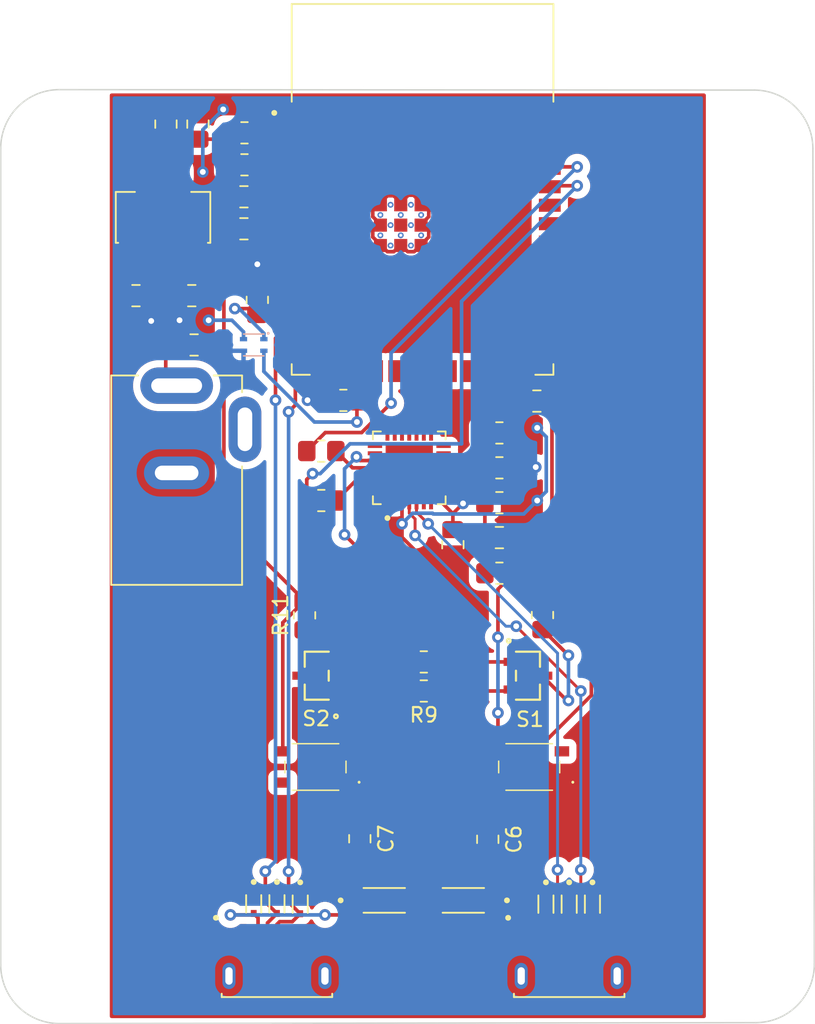
<source format=kicad_pcb>
(kicad_pcb (version 20221018) (generator pcbnew)
  (layers (0 "F.Cu" signal) (31 "B.Cu" signal) (34 "B.Paste" user) (35 "F.Paste" user) (36 "B.SilkS" user "B.Silkscreen") (37 "F.SilkS" user "F.Silkscreen") (38 "B.Mask" user) (39 "F.Mask" user) (44 "Edge.Cuts" user))
  (net 0 "")
  (net 1 "+12V")
  (net 2 "GND")
  (net 3 "+3.3V")
  (net 4 "Net-(C6-Pad1)")
  (net 5 "Net-(C7-Pad1)")
  (net 6 "Net-(U4-VBUS)")
  (net 7 "CHIP_PU")
  (net 8 "IO0")
  (net 9 "USB_DP")
  (net 10 "USB_DN")
  (net 11 "IO20")
  (net 12 "IO19")
  (net 13 "VBUS")
  (net 17 "Net-(U1-IO8)")
  (net 18 "Net-(U1-IO9)")
  (net 19 "Net-(U4-~{RST})")
  (net 20 "Net-(U4-~{SUSPEND})")
  (net 21 "Net-(U4-TXD)")
  (net 22 "U0RXD")
  (net 23 "Net-(U4-RXD)")
  (net 24 "U0TXD")
  (net 25 "DTR")
  (net 26 "Net-(U5-BASE)")
  (net 27 "RTS")
  (net 28 "Net-(U6-BASE)")
  (net 29 "Net-(U5-COLLECTOR)")
  (net 30 "Net-(U6-COLLECTOR)")
  (net 31 "ESP_3V3")
  (footprint "Resistor_SMD:R_0805_2012Metric_Pad1.20x1.40mm_HandSolder" (layer "F.Cu") (at 119.95 89 180)
    (fp_text reference "R7" hide)
    (fp_text value "0" hide)
  )
  (footprint "ECE445:SOT-23_ONS" (layer "F.Cu") (at 119.6348 101.0475 90)
    (fp_text reference "U5" hide)
    (fp_text value "L8050QLT1G" hide)
  )
  (footprint "Capacitor_SMD:C_0805_2012Metric_Pad1.18x1.45mm_HandSolder" (layer "F.Cu") (at 129 92.0375 -90)
    (fp_text reference "C8" hide)
    (fp_text value "10uF" hide)
  )
  (footprint "Resistor_SMD:R_0805_2012Metric_Pad1.20x1.40mm_HandSolder" (layer "F.Cu") (at 132.2 89.15 180)
    (fp_text reference "R6" hide)
    (fp_text value "47500" hide)
  )
  (footprint "ECE445:SOT-23_ONS" (layer "F.Cu") (at 134.1652 101.0475 -90)
    (fp_text reference "U6" hide)
    (fp_text value "L8050QLT1G" hide)
  )
  (footprint "Resistor_SMD:R_0805_2012Metric_Pad1.20x1.40mm_HandSolder" (layer "F.Cu") (at 114.665 63.71 180)
    (fp_text reference "R13" hide)
    (fp_text value "0" hide)
  )
  (footprint "ECE445:PTS815 SJG 250 SMTR LFS" (layer "F.Cu") (at 134.25 107.325 180)
    (fp_text reference "S1")
    (fp_text value "PTS815_SJG_250_SMTR_LFS" hide)
  )
  (footprint "Capacitor_SMD:C_0805_2012Metric_Pad1.18x1.45mm_HandSolder" (layer "F.Cu") (at 111.04 74.91)
    (fp_text reference "C1" hide)
    (fp_text value "1uF" hide)
  )
  (footprint "Resistor_SMD:R_0805_2012Metric_Pad1.20x1.40mm_HandSolder" (layer "F.Cu") (at 115.55 75.2 90)
    (fp_text reference "R1" hide)
    (fp_text value "10000" hide)
  )
  (footprint "ECE445:LDL1117S33R-SnapEDA" (layer "F.Cu") (at 109.065 69.525 90)
    (fp_text reference "U2" hide)
    (fp_text value "LDL1117S33R-SnapEDA" hide)
  )
  (footprint "Capacitor_SMD:C_0805_2012Metric_Pad1.18x1.45mm_HandSolder" (layer "F.Cu") (at 114.6275 68.11 180)
    (fp_text reference "C10" hide)
    (fp_text value "1uF" hide)
  )
  (footprint "Capacitor_SMD:C_0805_2012Metric_Pad1.18x1.45mm_HandSolder" (layer "F.Cu") (at 107.2025 74.91 180)
    (fp_text reference "C2" hide)
    (fp_text value "4.7uF" hide)
  )
  (footprint "ECE445:LESD5D5_0CT1G" (layer "F.Cu") (at 138.6 116.76 -90)
    (fp_text reference "D1" hide)
    (fp_text value "LESD5D5.0CT1G" hide)
  )
  (footprint "Resistor_SMD:R_0805_2012Metric_Pad1.20x1.40mm_HandSolder" (layer "F.Cu") (at 132.2 86.75 180)
    (fp_text reference "R3" hide)
    (fp_text value "1000" hide)
  )
  (footprint "ECE445:PTS815 SJG 250 SMTR LFS" (layer "F.Cu") (at 119.55 107.325 180)
    (fp_text reference "S2")
    (fp_text value "PTS815_SJG_250_SMTR_LFS" hide)
  )
  (footprint "ECE445:ESP32-S3-WROOM-1-N8-SnapEDA" (layer "F.Cu") (at 126.915 67.6)
    (fp_text reference "U1" hide)
    (fp_text value "ESP32-S3-WROOM-1-N8" hide)
  )
  (footprint "Resistor_SMD:R_0805_2012Metric_Pad1.20x1.40mm_HandSolder" (layer "F.Cu") (at 127 100.1)
    (fp_text reference "R10" hide)
    (fp_text value "10000" hide)
  )
  (footprint "Capacitor_SMD:C_0805_2012Metric_Pad1.18x1.45mm_HandSolder" (layer "F.Cu") (at 109.265 63.11 90)
    (fp_text reference "C4" hide)
    (fp_text value "10uF" hide)
  )
  (footprint "ECE445:PJ-202AH" (layer "F.Cu") (at 110 87.6 -90)
    (fp_text reference "J1" hide)
    (fp_text value "PJ-202AH" hide)
  )
  (footprint "Resistor_SMD:R_0805_2012Metric_Pad1.20x1.40mm_HandSolder" (layer "F.Cu") (at 118.8 96.895 90)
    (fp_text reference "R11")
    (fp_text value "0" hide)
  )
  (footprint "Resistor_SMD:R_0805_2012Metric_Pad1.20x1.40mm_HandSolder" (layer "F.Cu") (at 121.465 82.11 180)
    (fp_text reference "R2" hide)
    (fp_text value "10000" hide)
  )
  (footprint "ECE445:LESD5D5_0CT1G" (layer "F.Cu") (at 118.5 116.76 -90)
    (fp_text reference "D3" hide)
    (fp_text value "LESD5D5.0CT1G" hide)
  )
  (footprint "ECE445:10118193-0001LF" (layer "F.Cu") (at 137 121.7)
    (fp_text reference "J2" hide)
    (fp_text value "10118193-0001LF" hide)
  )
  (footprint "ECE445:LESD5D5_0CT1G" (layer "F.Cu") (at 116.9 116.74 -90)
    (fp_text reference "D4" hide)
    (fp_text value "LESD5D5.0CT1G" hide)
  )
  (footprint "Capacitor_SMD:C_0805_2012Metric_Pad1.18x1.45mm_HandSolder" (layer "F.Cu") (at 114.6275 70.31 180)
    (fp_text reference "C12" hide)
    (fp_text value "0.1uF" hide)
  )
  (footprint "Capacitor_SMD:C_0805_2012Metric_Pad1.18x1.45mm_HandSolder" (layer "F.Cu") (at 111.2 78.3 180)
    (fp_text reference "C3" hide)
    (fp_text value "100nF" hide)
  )
  (footprint "Resistor_SMD:R_0805_2012Metric_Pad1.20x1.40mm_HandSolder" (layer "F.Cu") (at 127 102.1 180)
    (fp_text reference "R9")
    (fp_text value "10000" hide)
  )
  (footprint "Capacitor_SMD:C_0805_2012Metric_Pad1.18x1.45mm_HandSolder" (layer "F.Cu") (at 111.465 63.11 90)
    (fp_text reference "C5" hide)
    (fp_text value "0.1uF" hide)
  )
  (footprint "Resistor_SMD:R_0805_2012Metric_Pad1.20x1.40mm_HandSolder" (layer "F.Cu") (at 132.2 94 180)
    (fp_text reference "R5" hide)
    (fp_text value "22100" hide)
  )
  (footprint "MountingHole:MountingHole_3.2mm_M3" (layer "F.Cu") (at 150.1 121.1)
    (fp_text reference "H4" hide)
    (fp_text value "MountingHole" hide)
  )
  (footprint "ECE445:CP2102N-A02-GQFN28" (layer "F.Cu") (at 126 86.75 90)
    (fp_text reference "U4" hide)
    (fp_text value "CP2102N-A02-GQFN28" hide)
  )
  (footprint "ECE445:10118193-0001LF" (layer "F.Cu") (at 116.9 121.7)
    (fp_text reference "J3" hide)
    (fp_text value "10118193-0001LF" hide)
  )
  (footprint "ECE445:LESD5D5_0CT1G" (layer "F.Cu") (at 135.4 116.76 -90)
    (fp_text reference "D7" hide)
    (fp_text value "LESD5D5.0CT1G" hide)
  )
  (footprint "ECE445:LESD5D5_0CT1G" (layer "F.Cu") (at 137 116.76 -90)
    (fp_text reference "D2" hide)
    (fp_text value "LESD5D5.0CT1G" hide)
  )
  (footprint "Resistor_SMD:R_0805_2012Metric_Pad1.20x1.40mm_HandSolder" (layer "F.Cu") (at 135.1652 96.876 90)
    (fp_text reference "R12" hide)
    (fp_text value "0" hide)
  )
  (footprint "ECE445:1N5819HW-7-F" (layer "F.Cu") (at 129.72 116.5 180)
    (fp_text reference "D6" hide)
    (fp_text value "1N5819HW-7-F" hide)
  )
  (footprint "Capacitor_SMD:C_0805_2012Metric_Pad1.18x1.45mm_HandSolder" (layer "F.Cu") (at 132.2 91.55)
    (fp_text reference "C9" hide)
    (fp_text value "1uF" hide)
  )
  (footprint "Resistor_SMD:R_0805_2012Metric_Pad1.20x1.40mm_HandSolder" (layer "F.Cu") (at 119.95 85.6 180)
    (fp_text reference "R8" hide)
    (fp_text value "0" hide)
  )
  (footprint "ECE445:LESD5D5_0CT1G" (layer "F.Cu") (at 115.3 116.74 -90)
    (fp_text reference "D8" hide)
    (fp_text value "LESD5D5.0CT1G" hide)
  )
  (footprint "Capacitor_SMD:C_0805_2012Metric_Pad1.18x1.45mm_HandSolder" (layer "F.Cu") (at 122.6 112.2625 90)
    (fp_text reference "C7")
    (fp_text value "10uF" hide)
  )
  (footprint "ECE445:1N5819HW-7-F" (layer "F.Cu") (at 124.28 116.5)
    (fp_text reference "D5" hide)
    (fp_text value "1N5819HW-7-F" hide)
  )
  (footprint "Capacitor_SMD:C_0805_2012Metric_Pad1.18x1.45mm_HandSolder" (layer "F.Cu") (at 134.7775 82.16 180)
    (fp_text reference "C11" hide)
    (fp_text value "0.1uF" hide)
  )
  (footprint "MountingHole:MountingHole_3.2mm_M3" (layer "F.Cu") (at 101.7 121.1)
    (fp_text reference "H2" hide)
    (fp_text value "MountingHole" hide)
  )
  (footprint "MountingHole:MountingHole_3.2mm_M3" (layer "F.Cu") (at 101.8 64.5)
    (fp_text reference "H1" hide)
    (fp_text value "MountingHole" hide)
  )
  (footprint "MountingHole:MountingHole_3.2mm_M3" (layer "F.Cu") (at 149.881128 64.6)
    (fp_text reference "H3" hide)
    (fp_text value "MountingHole" hide)
  )
  (footprint "Resistor_SMD:R_0805_2012Metric_Pad1.20x1.40mm_HandSolder" (layer "F.Cu") (at 132.2 84.35 180)
    (fp_text reference "R4" hide)
    (fp_text value "10000" hide)
  )
  (footprint "Resistor_SMD:R_0805_2012Metric_Pad1.20x1.40mm_HandSolder" (layer "F.Cu") (at 114.665 65.91)
    (fp_text reference "R14" hide)
    (fp_text value "10000" hide)
  )
  (footprint "Capacitor_SMD:C_0805_2012Metric_Pad1.18x1.45mm_HandSolder" (layer "F.Cu") (at 131.4 112.3 90)
    (fp_text reference "C6")
    (fp_text value "10uF" hide)
  )
  (footprint "ECE445:SHT45-AD1B-R3" (layer "B.Cu") (at 115.3 78.3 180)
    (fp_text reference "U3" hide)
    (fp_text value "SHT45-AD1B-R3" hide)
  )
  (gr_arc (start 101.931128 124.971128) (mid 99.08069 123.790438) (end 97.9 120.94) (stroke (width 0.1)) (layer "Edge.Cuts"))
  (gr_arc (start 97.9 64.771128) (mid 99.08069 61.92069) (end 101.931128 60.74) (stroke (width 0.1)) (layer "Edge.Cuts"))
  (gr_arc (start 149.731128 60.771128) (mid 152.581566 61.951818) (end 153.762256 64.802256) (stroke (width 0.1)) (layer "Edge.Cuts"))
  (gr_line (start 97.9 64.771128) (end 97.9 120.94) (stroke (width 0.1)) (layer "Edge.Cuts"))
  (gr_arc (start 153.862256 120.877744) (mid 152.681566 123.728182) (end 149.831128 124.908872) (stroke (width 0.1)) (layer "Edge.Cuts"))
  (gr_line (start 149.731128 60.771128) (end 101.931128 60.74) (stroke (width 0.1)) (layer "Edge.Cuts"))
  (gr_line (start 153.862256 120.877744) (end 153.762256 64.802256) (stroke (width 0.1)) (layer "Edge.Cuts"))
  (gr_line (start 101.931128 124.971128) (end 149.831128 124.908872) (stroke (width 0.1)) (layer "Edge.Cuts"))
  (segment (start 111.365 73.5475) (end 110.0025 74.91) (width 0.25) (layer "F.Cu") (net 1))
  (segment (start 111.365 72.54) (end 111.365 73.5475) (width 0.25) (layer "F.Cu") (net 1))
  (segment (start 109.25 75.6625) (end 110.0025 74.91) (width 0.25) (layer "F.Cu") (net 1))
  (segment (start 109.25 80.35) (end 109.25 75.6625) (width 0.25) (layer "F.Cu") (net 1))
  (segment (start 110 81.1) (end 109.25 80.35) (width 0.25) (layer "F.Cu") (net 1))
  (segment (start 112.2 76.6) (end 112.2 75.0325) (width 0.25) (layer "F.Cu") (net 2))
  (segment (start 125.897537 71.885) (end 126.332463 71.885) (width 0.25) (layer "F.Cu") (net 2))
  (segment (start 113.59 70.31) (end 112.8 71.1) (width 0.25) (layer "F.Cu") (net 2))
  (segment (start 125.5 91.525305) (end 125.5 90.6) (width 0.25) (layer "F.Cu") (net 2))
  (segment (start 109.265 62.0725) (end 111.465 62.0725) (width 0.25) (layer "F.Cu") (net 2))
  (segment (start 106.765 64.5725) (end 106.765 72.54) (width 0.25) (layer "F.Cu") (net 2))
  (segment (start 123.49 69.477463) (end 123.972537 69.96) (width 0.25) (layer "F.Cu") (net 2))
  (segment (start 134.8 83.22) (end 133.74 82.16) (width 0.25) (layer "F.Cu") (net 2))
  (segment (start 126.297463 68) (end 126.815 68.517537) (width 0.25) (layer "F.Cu") (net 2))
  (segment (start 124.015 67.09) (end 124.015 68.56) (width 0.25) (layer "F.Cu") (net 2))
  (segment (start 127.34 70.442537) (end 126.857463 69.96) (width 0.25) (layer "F.Cu") (net 2))
  (segment (start 112.8 71.1) (end 112.8 74.1875) (width 0.25) (layer "F.Cu") (net 2))
  (segment (start 129 93.075) (end 127.049695 93.075) (width 0.25) (layer "F.Cu") (net 2))
  (segment (start 124.015 68.56) (end 124.015 68.517537) (width 0.25) (layer "F.Cu") (net 2))
  (segment (start 125.415 71.36) (end 125.415 71.402463) (width 0.25) (layer "F.Cu") (net 2))
  (segment (start 119.165 62.24) (end 124.015 67.09) (width 0.25) (layer "F.Cu") (net 2))
  (segment (start 124.015 68.56) (end 123.972537 68.56) (width 0.25) (layer "F.Cu") (net 2))
  (segment (start 126.332463 71.885) (end 126.815 71.402463) (width 0.25) (layer "F.Cu") (net 2))
  (segment (start 125.5 87.25) (end 126 86.75) (width 0.25) (layer "F.Cu") (net 2))
  (segment (start 125.415 68.517537) (end 125.932537 68) (width 0.25) (layer "F.Cu") (net 2))
  (segment (start 113.59 70.31) (end 113.59 68.11) (width 0.25) (layer "F.Cu") (net 2))
  (segment (start 123.49 70.442537) (end 123.49 70.877463) (width 0.25) (layer "F.Cu") (net 2))
  (segment (start 134.65 89.15) (end 134.8 89) (width 0.25) (layer "F.Cu") (net 2))
  (segment (start 124.015 71.36) (end 124.015 71.402463) (width 0.25) (layer "F.Cu") (net 2))
  (segment (start 127.049695 93.075) (end 125.5 91.525305) (width 0.25) (layer "F.Cu") (net 2))
  (segment (start 124.015 69.96) (end 123.972537 69.96) (width 0.25) (layer "F.Cu") (net 2))
  (segment (start 118.1 121.7) (end 118.1 119.125) (width 0.25) (layer "F.Cu") (net 2))
  (segment (start 133.74 83.81) (end 133.2 84.35) (width 0.25) (layer "F.Cu") (net 2))
  (segment (start 124.497537 71.885) (end 124.932463 71.885) (width 0.25) (layer "F.Cu") (net 2))
  (segment (start 125.415 71.402463) (end 125.897537 71.885) (width 0.25) (layer "F.Cu") (net 2))
  (segment (start 111.4925 62.1) (end 111.465 62.0725) (width 0.25) (layer "F.Cu") (net 2))
  (segment (start 126.815 69.96) (end 126.857463 69.96) (width 0.25) (layer "F.Cu") (net 2))
  (segment (start 124.015 71.402463) (end 124.497537 71.885) (width 0.25) (layer "F.Cu") (net 2))
  (segment (start 123.972537 69.96) (end 123.49 70.442537) (width 0.25) (layer "F.Cu") (net 2))
  (segment (start 112.2375 76.6375) (end 112.2 76.6) (width 0.25) (layer "F.Cu") (net 2))
  (segment (start 118.165 62.24) (end 119.165 62.24) (width 0.25) (layer "F.Cu") (net 2))
  (segment (start 125.5 89.11) (end 125.5 87.25) (width 0.25) (layer "F.Cu") (net 2))
  (segment (start 127.34 69.477463) (end 127.34 69.042537) (width 0.25) (layer "F.Cu") (net 2))
  (segment (start 123.972537 68.56) (end 123.49 69.042537) (width 0.25) (layer "F.Cu") (net 2))
  (segment (start 112.8 74.1875) (end 112.0775 74.91) (width 0.25) (layer "F.Cu") (net 2))
  (segment (start 133.135 62.34) (end 126.815 68.66) (width 0.25) (layer "F.Cu") (net 2))
  (segment (start 135.665 62.34) (end 133.135 62.34) (width 0.25) (layer "F.Cu") (net 2))
  (segment (start 124.932463 71.885) (end 125.415 71.402463) (width 0.25) (layer "F.Cu") (net 2))
  (segment (start 127.34 69.042537) (end 126.857463 68.56) (width 0.25) (layer "F.Cu") (net 2))
  (segment (start 109.265 62.0725) (end 106.765 64.5725) (width 0.25) (layer "F.Cu") (net 2))
  (segment (start 127.34 70.877463) (end 127.34 70.442537) (width 0.25) (layer "F.Cu") (net 2))
  (segment (start 112.2 75.0325) (end 112.0775 74.91) (width 0.25) (layer "F.Cu") (net 2))
  (segment (start 133.2 89.15) (end 134.65 89.15) (width 0.25) (layer "F.Cu") (net 2))
  (segment (start 123.49 69.042537) (end 123.49 69.477463) (width 0.25) (layer "F.Cu") (net 2))
  (segment (start 126.857463 71.36) (end 127.34 70.877463) (width 0.25) (layer "F.Cu") (net 2))
  (segment (start 123.49 70.877463) (end 123.972537 71.36) (width 0.25) (layer "F.Cu") (net 2))
  (segment (start 126.815 71.402463) (end 126.815 71.36) (width 0.25) (layer "F.Cu") (net 2))
  (segment (start 113.59 68.11) (end 113.51 68.11) (width 0.25) (layer "F.Cu") (net 2))
  (segment (start 134.8 84) (end 134.8 83.22) (width 0.25) (layer "F.Cu") (net 2))
  (segment (start 124.932463 68.035) (end 125.415 68.517537) (width 0.25) (layer "F.Cu") (net 2))
  (segment (start 138.2 121.7) (end 138.2 119.125) (width 0.25) (layer "F.Cu") (net 2))
  (segment (start 126.857463 69.96) (end 127.34 69.477463) (width 0.25) (layer "F.Cu") (net 2))
  (segment (start 106.165 74.91) (end 106.165 73.14) (width 0.25) (layer "F.Cu") (net 2))
  (segment (start 125.415 68.56) (end 125.415 68.517537) (width 0.25) (layer "F.Cu") (net 2))
  (segment (start 125.5 90.6) (end 125.5 89.11) (width 0.25) (layer "F.Cu") (net 2))
  (segment (start 126.815 68.517537) (end 126.815 68.56) (width 0.25) (layer "F.Cu") (net 2))
  (segment (start 126.857463 68.56) (end 126.815 68.56) (width 0.25) (layer "F.Cu") (net 2))
  (segment (start 125.932537 68) (end 126.297463 68) (width 0.25) (layer "F.Cu") (net 2))
  (segment (start 124.497537 68.035) (end 124.932463 68.035) (width 0.25) (layer "F.Cu") (net 2))
  (segment (start 124.015 68.517537) (end 124.497537 68.035) (width 0.25) (layer "F.Cu") (net 2))
  (segment (start 123.972537 71.36) (end 124.015 71.36) (width 0.25) (layer "F.Cu") (net 2))
  (segment (start 112.2375 78.3) (end 112.2375 76.6375) (width 0.25) (layer "F.Cu") (net 2))
  (segment (start 126.815 71.36) (end 126.857463 71.36) (width 0.25) (layer "F.Cu") (net 2))
  (segment (start 133.74 82.16) (end 133.74 83.81) (width 0.25) (layer "F.Cu") (net 2))
  (segment (start 106.165 73.14) (end 106.765 72.54) (width 0.25) (layer "F.Cu") (net 2))
  (segment (start 113.51 68.11) (end 111.8 66.4) (width 0.25) (layer "F.Cu") (net 2))
  (segment (start 113.2 62.1) (end 111.4925 62.1) (width 0.25) (layer "F.Cu") (net 2))
  (via (at 134.8 89) (size 0.8) (drill 0.4) (layers "F.Cu" "B.Cu") (net 2))
  (via (at 112.2 76.6) (size 0.8) (drill 0.4) (layers "F.Cu" "B.Cu") (net 2))
  (via (at 113.2 62.1) (size 0.8) (drill 0.4) (layers "F.Cu" "B.Cu") (net 2))
  (via (at 111.8 66.4) (size 0.8) (drill 0.4) (layers "F.Cu" "B.Cu") (net 2))
  (via (at 134.8 84) (size 0.8) (drill 0.4) (layers "F.Cu" "B.Cu") (net 2))
  (via (at 125.5 90.6) (size 0.8) (drill 0.4) (layers "F.Cu" "B.Cu") (net 2))
  (segment (start 111.8 63.5) (end 113.2 62.1) (width 0.25) (layer "B.Cu") (net 2))
  (segment (start 126.225 89.875) (end 125.5 90.6) (width 0.25) (layer "B.Cu") (net 2))
  (segment (start 135.425 84.625) (end 134.8 84) (width 0.25) (layer "B.Cu") (net 2))
  (segment (start 134.8 89) (end 133.875 89.925) (width 0.25) (layer "B.Cu") (net 2))
  (segment (start 114.6 77.9) (end 114.6 77.4) (width 0.25) (layer "B.Cu") (net 2))
  (segment (start 133.875 89.925) (end 127.650305 89.925) (width 0.25) (layer "B.Cu") (net 2))
  (segment (start 114.6 77.4) (end 114 76.8) (width 0.25) (layer "B.Cu") (net 2))
  (segment (start 113.8 76.6) (end 112.2 76.6) (width 0.25) (layer "B.Cu") (net 2))
  (segment (start 134.8 89) (end 135.425 88.375) (width 0.25) (layer "B.Cu") (net 2))
  (segment (start 135.425 88.375) (end 135.425 84.625) (width 0.25) (layer "B.Cu") (net 2))
  (segment (start 114 76.8) (end 113.8 76.6) (width 0.25) (layer "B.Cu") (net 2))
  (segment (start 127.650305 89.925) (end 127.600305 89.875) (width 0.25) (layer "B.Cu") (net 2))
  (segment (start 127.600305 89.875) (end 126.225 89.875) (width 0.25) (layer "B.Cu") (net 2))
  (segment (start 111.8 66.4) (end 111.8 63.5) (width 0.25) (layer "B.Cu") (net 2))
  (segment (start 108.25 74.92) (end 108.24 74.91) (width 0.25) (layer "F.Cu") (net 3))
  (segment (start 108.25 76.65) (end 108.25 74.92) (width 0.25) (layer "F.Cu") (net 3))
  (segment (start 109.065 64.3475) (end 109.265 64.1475) (width 0.25) (layer "F.Cu") (net 3))
  (segment (start 115.55 72.75) (end 115.55 74.2) (width 0.25) (layer "F.Cu") (net 3))
  (segment (start 120.465 82.11) (end 119.01 82.11) (width 0.25) (layer "F.Cu") (net 3))
  (segment (start 128.21 89.11) (end 129 89.9) (width 0.25) (layer "F.Cu") (net 3))
  (segment (start 109.065 66.51) (end 109.065 64.3475) (width 0.25) (layer "F.Cu") (net 3))
  (segment (start 109.065 72.54) (end 109.065 74.085) (width 0.25) (layer "F.Cu") (net 3))
  (segment (start 110.1625 78.3) (end 110.1625 76.6375) (width 0.25) (layer "F.Cu") (net 3))
  (segment (start 111.465 64.1475) (end 113.2275 64.1475) (width 0.25) (layer "F.Cu") (net 3))
  (segment (start 133.2 86.75) (end 134.65 86.75) (width 0.25) (layer "F.Cu") (net 3))
  (segment (start 129 91) (end 129 89.9) (width 0.25) (layer "F.Cu") (net 3))
  (segment (start 109.065 74.085) (end 108.24 74.91) (width 0.25) (layer "F.Cu") (net 3))
  (segment (start 109.065 66.51) (end 109.065 72.54) (width 0.25) (layer "F.Cu") (net 3))
  (segment (start 127.5 89.11) (end 128.21 89.11) (width 0.25) (layer "F.Cu") (net 3))
  (segment (start 109.265 64.1475) (end 111.465 64.1475) (width 0.25) (layer "F.Cu") (net 3))
  (segment (start 113.2275 64.1475) (end 113.665 63.71) (width 0.25) (layer "F.Cu") (net 3))
  (segment (start 108.24 74.91) (end 107.94 74.91) (width 0.25) (layer "F.Cu") (net 3))
  (segment (start 129 89.9) (end 129.7 89.2) (width 0.25) (layer "F.Cu") (net 3))
  (via (at 115.55 72.75) (size 0.8) (drill 0.4) (layers "F.Cu" "B.Cu") (net 3))
  (via (at 134.7 86.7) (size 0.8) (drill 0.4) (layers "F.Cu" "B.Cu") (net 3))
  (via (at 108.25 76.65) (size 0.8) (drill 0.4) (layers "F.Cu" "B.Cu") (net 3))
  (via (at 129.7 89.2) (size 0.8) (drill 0.4) (layers "F.Cu" "B.Cu") (net 3))
  (via (at 119 82.1) (size 0.8) (drill 0.4) (layers "F.Cu" "B.Cu") (net 3))
  (via (at 110.2 76.6) (size 0.8) (drill 0.4) (layers "F.Cu" "B.Cu") (net 3))
  (segment (start 131 87.9) (end 129.7 89.2) (width 0.25) (layer "B.Cu") (net 3))
  (segment (start 134 87.9) (end 131 87.9) (width 0.25) (layer "B.Cu") (net 3))
  (segment (start 134.7 86.7) (end 134.7 87.2) (width 0.25) (layer "B.Cu") (net 3))
  (segment (start 134.7 87.2) (end 134 87.9) (width 0.25) (layer "B.Cu") (net 3))
  (segment (start 108.25 76.65) (end 110.15 76.65) (width 0.25) (layer "B.Cu") (net 3))
  (segment (start 110.15 76.65) (end 110.2 76.6) (width 0.25) (layer "B.Cu") (net 3))
  (segment (start 131.4 116.5) (end 131.4 113.3375) (width 0.25) (layer "F.Cu") (net 4))
  (segment (start 130.3 88.25) (end 128.36 88.25) (width 0.25) (layer "F.Cu") (net 6))
  (segment (start 131.2 94) (end 131.2 91.5875) (width 0.25) (layer "F.Cu") (net 6))
  (segment (start 131.2 89.15) (end 130.3 88.25) (width 0.25) (layer "F.Cu") (net 6))
  (segment (start 131.2 89.15) (end 131.2 91.5125) (width 0.25) (layer "F.Cu") (net 6))
  (segment (start 115.665 70.31) (end 115.665 68.11) (width 0.25) (layer "F.Cu") (net 7))
  (segment (start 117.3 97.395) (end 118.8 95.895) (width 0.25) (layer "F.Cu") (net 7))
  (segment (start 118.8 95.895) (end 113.25 90.345) (width 0.25) (layer "F.Cu") (net 7))
  (segment (start 113.25 90.345) (end 113.25 72.725) (width 0.25) (layer "F.Cu") (net 7))
  (segment (start 117.3 106.25) (end 117.3 97.395) (width 0.25) (layer "F.Cu") (net 7))
  (segment (start 116.795 64.78) (end 118.165 64.78) (width 0.25) (layer "F.Cu") (net 7))
  (segment (start 113.25 72.725) (end 115.665 70.31) (width 0.25) (layer "F.Cu") (net 7))
  (segment (start 115.665 65.91) (end 115.665 68.11) (width 0.25) (layer "F.Cu") (net 7))
  (segment (start 115.665 65.91) (end 116.795 64.78) (width 0.25) (layer "F.Cu") (net 7))
  (segment (start 135.815 82.16) (end 135.815 78.9) (width 0.25) (layer "F.Cu") (net 8))
  (segment (start 135.815 82.16) (end 135.815 95.2262) (width 0.25) (layer "F.Cu") (net 8))
  (segment (start 135.815 78.9) (end 135.665 78.75) (width 0.25) (layer "F.Cu") (net 8))
  (segment (start 138.525 99.2358) (end 135.1652 95.876) (width 0.25) (layer "F.Cu") (net 8))
  (segment (start 134.675305 106.25) (end 138.525 102.400305) (width 0.25) (layer "F.Cu") (net 8))
  (segment (start 135.815 95.2262) (end 135.1652 95.876) (width 0.25) (layer "F.Cu") (net 8))
  (segment (start 138.525 102.400305) (end 138.525 99.2358) (width 0.25) (layer "F.Cu") (net 8))
  (segment (start 132 106.25) (end 134.675305 106.25) (width 0.25) (layer "F.Cu") (net 8))
  (segment (start 133.355378 97.650922) (end 133.355378 97.644622) (width 0.2) (layer "F.Cu") (net 9))
  (segment (start 126.4 91.4) (end 126.4 90.265686) (width 0.2) (layer "F.Cu") (net 9))
  (segment (start 126 89.865686) (end 126 89.11) (width 0.2) (layer "F.Cu") (net 9))
  (segment (start 137.8 116.62) (end 137.8 114.4) (width 0.2) (layer "F.Cu") (net 9))
  (segment (start 137.15 118) (end 138.02 118) (width 0.2) (layer "F.Cu") (net 9))
  (segment (start 138.6 117.42) (end 137.8 116.62) (width 0.2) (layer "F.Cu") (net 9))
  (segment (start 136.504456 100.8) (end 136.504456 100.804456) (width 0.2) (layer "F.Cu") (net 9))
  (segment (start 136.504456 100.804456) (end 137.8 102.1) (width 0.2) (layer "F.Cu") (net 9))
  (segment (start 138.02 118) (end 138.6 117.42) (width 0.2) (layer "F.Cu") (net 9))
  (segment (start 137 118.15) (end 137.15 118) (width 0.2) (layer "F.Cu") (net 9))
  (segment (start 137 119.025) (end 137 118.15) (width 0.2) (layer "F.Cu") (net 9))
  (segment (start 136.504456 100.8) (end 133.355378 97.650922) (width 0.2) (layer "F.Cu") (net 9))
  (segment (start 126.4 90.265686) (end 126 89.865686) (width 0.2) (layer "F.Cu") (net 9))
  (via (at 137.8 102.1) (size 0.8) (drill 0.4) (layers "F.Cu" "B.Cu") (net 9))
  (via (at 133.355378 97.644622) (size 0.8) (drill 0.4) (layers "F.Cu" "B.Cu") (net 9))
  (via (at 126.4 91.4) (size 0.8) (drill 0.4) (layers "F.Cu" "B.Cu") (net 9))
  (via (at 137.8 114.4) (size 0.8) (drill 0.4) (layers "F.Cu" "B.Cu") (net 9))
  (segment (start 132.644622 97.644622) (end 126.4 91.4) (width 0.2) (layer "B.Cu") (net 9))
  (segment (start 137.8 114.4) (end 137.8 102.1) (width 0.2) (layer "B.Cu") (net 9))
  (segment (start 133.355378 97.644622) (end 132.644622 97.644622) (width 0.2) (layer "B.Cu") (net 9))
  (segment (start 127.3 90.6) (end 126.5 89.8) (width 0.2) (layer "F.Cu") (net 10))
  (segment (start 136.2 116.62) (end 136.2 114.4) (width 0.2) (layer "F.Cu") (net 10))
  (segment (start 136.35 119.025) (end 136.35 118.07) (width 0.2) (layer "F.Cu") (net 10))
  (segment (start 136.35 118.07) (end 137 117.42) (width 0.2) (layer "F.Cu") (net 10))
  (segment (start 137 117.42) (end 136.2 116.62) (width 0.2) (layer "F.Cu") (net 10))
  (segment (start 126.5 89.8) (end 126.5 89.11) (width 0.2) (layer "F.Cu") (net 10))
  (via (at 136.2 114.4) (size 0.8) (drill 0.4) (layers "F.Cu" "B.Cu") (net 10))
  (via (at 127.3 90.6) (size 0.8) (drill 0.4) (layers "F.Cu" "B.Cu") (net 10))
  (segment (start 136.2 99.5) (end 127.3 90.6) (width 0.2) (layer "B.Cu") (net 10))
  (segment (start 136.2 114.4) (end 136.2 99.5) (width 0.2) (layer "B.Cu") (net 10))
  (segment (start 116.9 119.025) (end 116.9 118.15) (width 0.25) (layer "F.Cu") (net 11))
  (segment (start 117.7 82.9) (end 118.165 82.435) (width 0.25) (layer "F.Cu") (net 11))
  (segment (start 117.955 117.965) (end 118.5 117.42) (width 0.25) (layer "F.Cu") (net 11))
  (segment (start 117.085 117.965) (end 117.955 117.965) (width 0.25) (layer "F.Cu") (net 11))
  (segment (start 117.7 116.62) (end 117.7 114.5) (width 0.25) (layer "F.Cu") (net 11))
  (segment (start 118.165 82.435) (end 118.165 78.75) (width 0.25) (layer "F.Cu") (net 11))
  (segment (start 118.5 117.42) (end 117.7 116.62) (width 0.25) (layer "F.Cu") (net 11))
  (segment (start 116.9 118.15) (end 117.085 117.965) (width 0.25) (layer "F.Cu") (net 11))
  (via (at 117.7 82.9) (size 0.8) (drill 0.4) (layers "F.Cu" "B.Cu") (net 11))
  (via (at 117.7 114.5) (size 0.8) (drill 0.4) (layers "F.Cu" "B.Cu") (net 11))
  (segment (start 117.7 114.5) (end 117.7 82.9) (width 0.25) (layer "B.Cu") (net 11))
  (segment (start 116.8 82.1) (end 116.8 77.845) (width 0.25) (layer "F.Cu") (net 12))
  (segment (start 116.25 118.05) (end 116.9 117.4) (width 0.25) (layer "F.Cu") (net 12))
  (segment (start 116.25 119.025) (end 116.25 118.05) (width 0.25) (layer "F.Cu") (net 12))
  (segment (start 116.1 116.6) (end 116.1 114.5) (width 0.25) (layer "F.Cu") (net 12))
  (segment (start 116.9 117.4) (end 116.1 116.6) (width 0.25) (layer "F.Cu") (net 12))
  (segment (start 117.165 77.48) (end 118.165 77.48) (width 0.25) (layer "F.Cu") (net 12))
  (segment (start 116.8 77.845) (end 117.165 77.48) (width 0.25) (layer "F.Cu") (net 12))
  (via (at 116.8 82.1) (size 0.8) (drill 0.4) (layers "F.Cu" "B.Cu") (net 12))
  (via (at 116.1 114.5) (size 0.8) (drill 0.4) (layers "F.Cu" "B.Cu") (net 12))
  (segment (start 116.1 114.5) (end 116.8 113.8) (width 0.25) (layer "B.Cu") (net 12))
  (segment (start 116.8 113.8) (end 116.8 82.1) (width 0.25) (layer "B.Cu") (net 12))
  (segment (start 128.96 117.42) (end 128.04 116.5) (width 0.25) (layer "F.Cu") (net 13))
  (segment (start 135.7 117.72) (end 135.4 117.42) (width 0.25) (layer "F.Cu") (net 13))
  (segment (start 128.04 108.71) (end 132.1 104.65) (width 0.25) (layer "F.Cu") (net 13))
  (segment (start 135.7 119.025) (end 135.7 117.72) (width 0.25) (layer "F.Cu") (net 13))
  (segment (start 132.1 104.65) (end 132.1 103.6) (width 0.25) (layer "F.Cu") (net 13))
  (segment (start 132.1 98.4) (end 132.1 95.1) (width 0.25) (layer "F.Cu") (net 13))
  (segment (start 128.04 116.5) (end 128.04 108.71) (width 0.25) (layer "F.Cu") (net 13))
  (segment (start 115.6 119.025) (end 115.6 117.7) (width 0.25) (layer "F.Cu") (net 13))
  (segment (start 128.04 116.5) (end 125.96 116.5) (width 0.25) (layer "F.Cu") (net 13))
  (segment (start 132.1 95.1) (end 133.2 94) (width 0.25) (layer "F.Cu") (net 13))
  (segment (start 113.7 117.5) (end 115.2 117.5) (width 0.25) (layer "F.Cu") (net 13))
  (segment (start 115.6 117.7) (end 115.3 117.4) (width 0.25) (layer "F.Cu") (net 13))
  (segment (start 124.96 117.5) (end 120.2 117.5) (width 0.25) (layer "F.Cu") (net 13))
  (segment (start 135.4 117.42) (end 128.96 117.42) (width 0.25) (layer "F.Cu") (net 13))
  (segment (start 125.96 116.5) (end 124.96 117.5) (width 0.25) (layer "F.Cu") (net 13))
  (via (at 113.7 117.5) (size 0.8) (drill 0.4) (layers "F.Cu" "B.Cu") (net 13))
  (via (at 120.2 117.5) (size 0.8) (drill 0.4) (layers "F.Cu" "B.Cu") (net 13))
  (via (at 132.1 98.4) (size 0.8) (drill 0.4) (layers "F.Cu" "B.Cu") (net 13))
  (via (at 132.1 103.6) (size 0.8) (drill 0.4) (layers "F.Cu" "B.Cu") (net 13))
  (segment (start 132.1 103.6) (end 132.1 98.4) (width 0.25) (layer "B.Cu") (net 13))
  (segment (start 120.2 117.5) (end 113.7 117.5) (width 0.25) (layer "B.Cu") (net 13))
  (segment (start 114 75.800497) (end 115.150497 75.800497) (width 0.25) (layer "F.Cu") (net 17))
  (segment (start 118.165 76.21) (end 115.56 76.21) (width 0.25) (layer "F.Cu") (net 17))
  (segment (start 115.56 76.21) (end 115.55 76.2) (width 0.25) (layer "F.Cu") (net 17))
  (segment (start 115.150497 75.800497) (end 115.55 76.2) (width 0.25) (layer "F.Cu") (net 17))
  (via (at 114 75.800497) (size 0.8) (drill 0.4) (layers "F.Cu" "B.Cu") (net 17))
  (segment (start 116 77.5) (end 114.300497 75.800497) (width 0.25) (layer "B.Cu") (net 17))
  (segment (start 114.300497 75.800497) (end 114 75.800497) (width 0.25) (layer "B.Cu") (net 17))
  (segment (start 116 77.9) (end 116 77.5) (width 0.25) (layer "B.Cu") (net 17))
  (segment (start 122.465 80.005) (end 122.47 80) (width 0.25) (layer "F.Cu") (net 18))
  (segment (start 122.4 83.6) (end 122.4 82.175) (width 0.25) (layer "F.Cu") (net 18))
  (segment (start 122.465 82.11) (end 122.465 80.005) (width 0.25) (layer "F.Cu") (net 18))
  (via (at 122.4 83.6) (size 0.8) (drill 0.4) (layers "F.Cu" "B.Cu") (net 18))
  (segment (start 119.474695 83.6) (end 122.4 83.6) (width 0.25) (layer "B.Cu") (net 18))
  (segment (start 116 78.7) (end 116 80.125305) (width 0.25) (layer "B.Cu") (net 18))
  (segment (start 116 80.125305) (end 119.474695 83.6) (width 0.25) (layer "B.Cu") (net 18))
  (segment (start 131.2 86.75) (end 130.2 87.75) (width 0.25) (layer "F.Cu") (net 19))
  (segment (start 130.2 87.75) (end 128.36 87.75) (width 0.25) (layer "F.Cu") (net 19))
  (segment (start 129.5 86.75) (end 128.36 86.75) (width 0.25) (layer "F.Cu") (net 20))
  (segment (start 131.2 84.35) (end 131.2 85.05) (width 0.25) (layer "F.Cu") (net 20))
  (segment (start 131.2 85.05) (end 129.5 86.75) (width 0.25) (layer "F.Cu") (net 20))
  (segment (start 123.64 87.25) (end 122.7 87.25) (width 0.25) (layer "F.Cu") (net 21))
  (segment (start 122.7 87.25) (end 120.95 89) (width 0.25) (layer "F.Cu") (net 21))
  (segment (start 137.55 67.35) (end 135.695 67.35) (width 0.25) (layer "F.Cu") (net 22))
  (segment (start 135.695 67.35) (end 135.665 67.32) (width 0.25) (layer "F.Cu") (net 22))
  (segment (start 118.95 87.55) (end 119.35 87.15) (width 0.25) (layer "F.Cu") (net 22))
  (segment (start 118.95 89) (end 118.95 87.55) (width 0.25) (layer "F.Cu") (net 22))
  (via (at 119.35 87.15) (size 0.8) (drill 0.4) (layers "F.Cu" "B.Cu") (net 22))
  (via (at 137.55 67.35) (size 0.8) (drill 0.4) (layers "F.Cu" "B.Cu") (net 22))
  (segment (start 129.6 75.3) (end 137.55 67.35) (width 0.25) (layer "B.Cu") (net 22))
  (segment (start 119.35 87.15) (end 119.875305 87.15) (width 0.25) (layer "B.Cu") (net 22))
  (segment (start 119.875305 87.15) (end 121.925305 85.1) (width 0.25) (layer "B.Cu") (net 22))
  (segment (start 129.6 85.1) (end 129.6 75.3) (width 0.25) (layer "B.Cu") (net 22))
  (segment (start 121.925305 85.1) (end 129.6 85.1) (width 0.25) (layer "B.Cu") (net 22))
  (segment (start 122.1 86.75) (end 120.95 85.6) (width 0.25) (layer "F.Cu") (net 23))
  (segment (start 123.64 86.75) (end 122.1 86.75) (width 0.25) (layer "F.Cu") (net 23))
  (segment (start 120.225 84.325) (end 122.725 84.325) (width 0.25) (layer "F.Cu") (net 24))
  (segment (start 118.95 85.6) (end 120.225 84.325) (width 0.25) (layer "F.Cu") (net 24))
  (segment (start 122.725 84.325) (end 124.75 82.3) (width 0.25) (layer "F.Cu") (net 24))
  (segment (start 137.55 66.05) (end 135.665 66.05) (width 0.25) (layer "F.Cu") (net 24))
  (via (at 137.55 66.05) (size 0.8) (drill 0.4) (layers "F.Cu" "B.Cu") (net 24))
  (via (at 124.75 82.3) (size 0.8) (drill 0.4) (layers "F.Cu" "B.Cu") (net 24))
  (segment (start 124.75 78.85) (end 137.55 66.05) (width 0.25) (layer "B.Cu") (net 24))
  (segment (start 124.75 82.3) (end 124.75 78.85) (width 0.25) (layer "B.Cu") (net 24))
  (segment (start 127.075 95.175) (end 123.64 91.74) (width 0.25) (layer "F.Cu") (net 25))
  (segment (start 128 102.1) (end 127.075 101.175) (width 0.25) (layer "F.Cu") (net 25))
  (segment (start 127.075 101.175) (end 127.075 95.175) (width 0.25) (layer "F.Cu") (net 25))
  (segment (start 123.64 91.74) (end 123.64 88.25) (width 0.25) (layer "F.Cu") (net 25))
  (segment (start 128 102.1) (end 133.1 102.1) (width 0.25) (layer "F.Cu") (net 25))
  (segment (start 120.6 102) (end 125.9 102) (width 0.25) (layer "F.Cu") (net 26))
  (segment (start 120.6 100.095) (end 125.995 100.095) (width 0.25) (layer "F.Cu") (net 27))
  (segment (start 123.64 86.25) (end 122.624598 86.25) (width 0.25) (layer "F.Cu") (net 27))
  (segment (start 126 95.8) (end 121.55 91.35) (width 0.25) (layer "F.Cu") (net 27))
  (segment (start 126 100.1) (end 126 95.8) (width 0.25) (layer "F.Cu") (net 27))
  (segment (start 122.624598 86.25) (end 122.369731 85.995133) (width 0.25) (layer "F.Cu") (net 27))
  (segment (start 125.995 100.095) (end 126 100.1) (width 0.25) (layer "F.Cu") (net 27))
  (via (at 122.369731 85.995133) (size 0.8) (drill 0.4) (layers "F.Cu" "B.Cu") (net 27))
  (via (at 121.55 91.35) (size 0.8) (drill 0.4) (layers "F.Cu" "B.Cu") (net 27))
  (segment (start 121.55 86.814864) (end 121.55 91.35) (width 0.25) (layer "B.Cu") (net 27))
  (segment (start 122.369731 85.995133) (end 121.55 86.814864) (width 0.25) (layer "B.Cu") (net 27))
  (segment (start 128 100.1) (end 133.195 100.1) (width 0.25) (layer "F.Cu") (net 28))
  (segment (start 133.195 100.1) (end 133.2 100.095) (width 0.25) (layer "F.Cu") (net 28))
  (segment (start 118.6696 101.0475) (end 118.6696 98.0254) (width 0.25) (layer "F.Cu") (net 29))
  (segment (start 136.95 99.65) (end 135.176 97.876) (width 0.25) (layer "F.Cu") (net 30))
  (segment (start 136.8329 102.75) (end 135.1304 101.0475) (width 0.25) (layer "F.Cu") (net 30))
  (segment (start 136.95 102.75) (end 136.8329 102.75) (width 0.25) (layer "F.Cu") (net 30))
  (via (at 136.95 102.75) (size 0.8) (drill 0.4) (layers "F.Cu" "B.Cu") (net 30))
  (via (at 136.95 99.65) (size 0.8) (drill 0.4) (layers "F.Cu" "B.Cu") (net 30))
  (segment (start 136.95 101.4) (end 136.95 102.75) (width 0.25) (layer "B.Cu") (net 30))
  (segment (start 136.95 99.65) (end 136.95 99.4) (width 0.25) (layer "B.Cu") (net 30))
  (segment (start 136.95 101.4) (end 136.95 99.65) (width 0.25) (layer "B.Cu") (net 30))
  (segment (start 113.665 65.91) (end 113.665 65.71) (width 0.25) (layer "F.Cu") (net 31))
  (segment (start 113.665 65.71) (end 115.665 63.71) (width 0.25) (layer "F.Cu") (net 31))
  (segment (start 115.665 63.71) (end 117.965 63.71) (width 0.25) (layer "F.Cu") (net 31))
  (segment (start 117.965 63.71) (end 118.165 63.51) (width 0.25) (layer "F.Cu") (net 31))
  (zone (net 2) (net_name "GND") (layer "F.Cu") (connect_pads yes (clearance 0.5)) (min_thickness 0.25) (fill yes (thermal_gap 0.5) (thermal_bridge_width 0.5))
    (polygon (pts (xy 105.4 61) (xy 146.4 61) (xy 146.4 124.6) (xy 105.4 124.6)))
  )
  (zone (net 3) (net_name "+3.3V") (layer "B.Cu") (priority 1) (connect_pads (clearance 0.5)) (min_thickness 0.25) (fill yes (thermal_gap 0.5) (thermal_bridge_width 0.5))
    (polygon (pts (xy 105.6 61.2) (xy 146.2 61.2) (xy 146.2 124.4) (xy 105.6 124.4)))
  )
)
</source>
